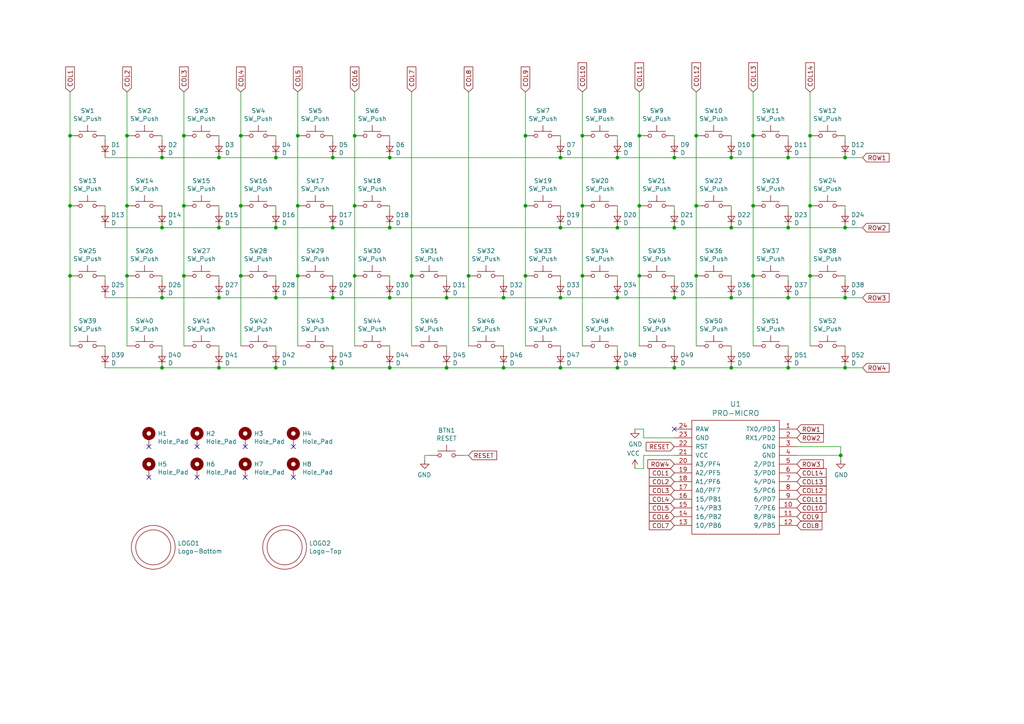
<source format=kicad_sch>
(kicad_sch (version 20211123) (generator eeschema)
  (paper "A4")
  (title_block (title "Horizon MX") (date "2022-03-21") (rev "2.3") (company "skarrmann"))
  (lib_symbols
    (symbol "horizon-components:D" (pin_numbers hide) (pin_names (offset 0.254) hide)
      (property "Reference" "D" (at -1.27 2.032 0))
      (property "Value" "horizon-components_D" (at -1.27 -2.032 0))
      (symbol "D_0_1"
        (polyline (pts (xy -0.762 -1.016) (xy -0.762 1.016)))
        (polyline (pts (xy -0.762 0) (xy 0.762 0)))
        (polyline (pts (xy 0.762 -1.016) (xy -0.762 0) (xy 0.762 1.016) (xy 0.762 -1.016)))
      )
      (symbol "D_1_1"
        (pin passive line (at -2.54 0 0) (length 1.778) (name "K") (number "1"))
        (pin passive line (at 2.54 0 180) (length 1.778) (name "A") (number "2"))
      )
    )
    (symbol "horizon-components:Hole_Pad" (pin_numbers hide) (pin_names (offset 1.016) hide)
      (property "Reference" "H" (at 0 6.35 0))
      (property "Value" "horizon-components_Hole_Pad" (at 0 4.445 0))
      (symbol "Hole_Pad_0_1"
        (circle (center 0 1.27) (radius 1.27) (stroke (width 1.27)))
      )
      (symbol "Hole_Pad_1_1"
        (pin input line (at 0 -2.54 90) (length 2.54) (name "1") (number "1"))
      )
    )
    (symbol "horizon-components:Logo" (pin_names (offset 1.016))
      (property "Reference" "LOGO" (at 0 -1.27 0))
      (property "Value" "horizon-components_Logo" (at 0 1.27 0))
      (symbol "Logo_0_1"
        (circle (center 0 0) (radius 5.08))
        (circle (center 0 0) (radius 6.35))
      )
    )
    (symbol "horizon-components:Pro-Micro" (pin_names (offset 1.016))
      (property "Reference" "U" (at 0 0 0))
      (property "Value" "horizon-components_Pro-Micro" (at 0 -19.05 0))
      (symbol "Pro-Micro_0_1"
        (rectangle (start -12.7 -16.51) (end 12.7 16.51))
      )
      (symbol "Pro-Micro_1_1"
        (pin input line (at -17.78 13.97 0) (length 5.08) (name "TX0/PD3") (number "1"))
        (pin input line (at -17.78 -8.89 0) (length 5.08) (name "7/PE6") (number "10"))
        (pin input line (at -17.78 -11.43 0) (length 5.08) (name "8/PB4") (number "11"))
        (pin input line (at -17.78 -13.97 0) (length 5.08) (name "9/PB5") (number "12"))
        (pin input line (at 17.78 -13.97 180) (length 5.08) (name "10/PB6") (number "13"))
        (pin input line (at 17.78 -11.43 180) (length 5.08) (name "16/PB2") (number "14"))
        (pin input line (at 17.78 -8.89 180) (length 5.08) (name "14/PB3") (number "15"))
        (pin input line (at 17.78 -6.35 180) (length 5.08) (name "15/PB1") (number "16"))
        (pin input line (at 17.78 -3.81 180) (length 5.08) (name "A0/PF7") (number "17"))
        (pin input line (at 17.78 -1.27 180) (length 5.08) (name "A1/PF6") (number "18"))
        (pin input line (at 17.78 1.27 180) (length 5.08) (name "A2/PF5") (number "19"))
        (pin input line (at -17.78 11.43 0) (length 5.08) (name "RX1/PD2") (number "2"))
        (pin input line (at 17.78 3.81 180) (length 5.08) (name "A3/PF4") (number "20"))
        (pin input line (at 17.78 6.35 180) (length 5.08) (name "VCC") (number "21"))
        (pin input line (at 17.78 8.89 180) (length 5.08) (name "RST") (number "22"))
        (pin input line (at 17.78 11.43 180) (length 5.08) (name "GND") (number "23"))
        (pin input line (at 17.78 13.97 180) (length 5.08) (name "RAW") (number "24"))
        (pin input line (at -17.78 8.89 0) (length 5.08) (name "GND") (number "3"))
        (pin input line (at -17.78 6.35 0) (length 5.08) (name "GND") (number "4"))
        (pin input line (at -17.78 3.81 0) (length 5.08) (name "2/PD1") (number "5"))
        (pin input line (at -17.78 1.27 0) (length 5.08) (name "3/PD0") (number "6"))
        (pin input line (at -17.78 -1.27 0) (length 5.08) (name "4/PD4") (number "7"))
        (pin input line (at -17.78 -3.81 0) (length 5.08) (name "5/PC6") (number "8"))
        (pin input line (at -17.78 -6.35 0) (length 5.08) (name "6/PD7") (number "9"))
      )
    )
    (symbol "horizon-components:SW_Push" (pin_numbers hide) (pin_names (offset 1.016) hide)
      (property "Reference" "SW" (at 1.27 2.54 0))
      (property "Value" "horizon-components_SW_Push" (at 0 -1.524 0))
      (symbol "SW_Push_0_1"
        (circle (center -2.032 0) (radius 0.508))
        (polyline (pts (xy 0 1.27) (xy 0 3.048)))
        (polyline (pts (xy 2.54 1.27) (xy -2.54 1.27)))
        (circle (center 2.032 0) (radius 0.508))
        (pin passive line (at -5.08 0 0) (length 2.54) (name "1") (number "1"))
        (pin passive line (at 5.08 0 180) (length 2.54) (name "2") (number "2"))
      )
    )
    (symbol "power:GND" (power) (pin_names (offset 0))
      (property "Value" "GND" (at 0 -3.81 0))
      (symbol "GND_0_1"
        (polyline (pts (xy 0 0) (xy 0 -1.27) (xy 1.27 -1.27) (xy 0 -2.54) (xy -1.27 -1.27) (xy 0 -1.27)))
      )
      (symbol "GND_1_1"
        (pin power_in line (at 0 0 270) (length 0) hide (name "GND") (number "1"))
      )
    )
    (symbol "power:VCC" (power) (pin_names (offset 0))
      (property "Value" "VCC" (at 0 3.81 0))
      (symbol "VCC_0_1"
        (polyline (pts (xy -0.762 1.27) (xy 0 2.54)))
        (polyline (pts (xy 0 0) (xy 0 2.54)))
        (polyline (pts (xy 0 2.54) (xy 0.762 1.27)))
      )
      (symbol "VCC_1_1"
        (pin power_in line (at 0 0 90) (length 0) hide (name "VCC") (number "1"))
      )
    )
  )
  (junction (at 162.56 66.04))
  (junction (at 63.5 45.72))
  (junction (at 102.87 80.01))
  (junction (at 36.83 80.01))
  (junction (at 46.99 66.04))
  (junction (at 113.03 106.68))
  (junction (at 168.91 39.37))
  (junction (at 152.4 59.69))
  (junction (at 162.56 106.68))
  (junction (at 80.01 106.68))
  (junction (at 96.52 86.36))
  (junction (at 245.11 86.36))
  (junction (at 69.85 59.69))
  (junction (at 212.09 66.04))
  (junction (at 162.56 45.72))
  (junction (at 179.07 86.36))
  (junction (at 80.01 86.36))
  (junction (at 212.09 45.72))
  (junction (at 129.54 106.68))
  (junction (at 245.11 66.04))
  (junction (at 179.07 106.68))
  (junction (at 20.32 59.69))
  (junction (at 80.01 45.72))
  (junction (at 20.32 80.01))
  (junction (at 218.44 39.37))
  (junction (at 245.11 106.68))
  (junction (at 168.91 59.69))
  (junction (at 86.36 80.01))
  (junction (at 113.03 66.04))
  (junction (at 129.54 86.36))
  (junction (at 179.07 45.72))
  (junction (at 195.58 45.72))
  (junction (at 168.91 80.01))
  (junction (at 234.95 39.37))
  (junction (at 212.09 106.68))
  (junction (at 96.52 66.04))
  (junction (at 201.93 59.69))
  (junction (at 146.05 106.68))
  (junction (at 80.01 66.04))
  (junction (at 212.09 86.36))
  (junction (at 146.05 86.36))
  (junction (at 245.11 45.72))
  (junction (at 46.99 106.68))
  (junction (at 152.4 39.37))
  (junction (at 179.07 66.04))
  (junction (at 185.42 80.01))
  (junction (at 113.03 86.36))
  (junction (at 195.58 86.36))
  (junction (at 201.93 80.01))
  (junction (at 53.34 39.37))
  (junction (at 46.99 86.36))
  (junction (at 53.34 59.69))
  (junction (at 20.32 39.37))
  (junction (at 63.5 66.04))
  (junction (at 228.6 45.72))
  (junction (at 201.93 39.37))
  (junction (at 228.6 106.68))
  (junction (at 185.42 59.69))
  (junction (at 228.6 86.36))
  (junction (at 185.42 39.37))
  (junction (at 69.85 39.37))
  (junction (at 96.52 106.68))
  (junction (at 218.44 80.01))
  (junction (at 53.34 80.01))
  (junction (at 36.83 39.37))
  (junction (at 243.84 132.08))
  (junction (at 86.36 39.37))
  (junction (at 46.99 45.72))
  (junction (at 63.5 86.36))
  (junction (at 119.38 80.01))
  (junction (at 234.95 59.69))
  (junction (at 96.52 45.72))
  (junction (at 86.36 59.69))
  (junction (at 69.85 80.01))
  (junction (at 63.5 106.68))
  (junction (at 195.58 106.68))
  (junction (at 102.87 39.37))
  (junction (at 135.89 80.01))
  (junction (at 195.58 66.04))
  (junction (at 228.6 66.04))
  (junction (at 162.56 86.36))
  (junction (at 113.03 45.72))
  (junction (at 36.83 59.69))
  (junction (at 218.44 59.69))
  (junction (at 152.4 80.01))
  (junction (at 234.95 80.01))
  (junction (at 102.87 59.69))
  (no_connect (at 85.09 138.43))
  (no_connect (at 57.15 129.54))
  (no_connect (at 71.12 129.54))
  (no_connect (at 71.12 138.43))
  (no_connect (at 43.18 138.43))
  (no_connect (at 85.09 129.54))
  (no_connect (at 43.18 129.54))
  (no_connect (at 195.58 124.46))
  (no_connect (at 57.15 138.43))
  (wire (pts (xy 46.99 106.68) (xy 63.5 106.68)))
  (wire (pts (xy 30.48 100.33) (xy 30.48 101.6)))
  (wire (pts (xy 86.36 80.01) (xy 86.36 100.33)))
  (wire (pts (xy 179.07 45.72) (xy 195.58 45.72)))
  (wire (pts (xy 46.99 100.33) (xy 46.99 101.6)))
  (wire (pts (xy 201.93 26.67) (xy 201.93 39.37)))
  (wire (pts (xy 30.48 66.04) (xy 46.99 66.04)))
  (wire (pts (xy 129.54 106.68) (xy 146.05 106.68)))
  (wire (pts (xy 123.19 132.08) (xy 123.19 133.35)))
  (wire (pts (xy 86.36 59.69) (xy 86.36 80.01)))
  (wire (pts (xy 245.11 100.33) (xy 245.11 101.6)))
  (wire (pts (xy 46.99 59.69) (xy 46.99 60.96)))
  (wire (pts (xy 228.6 66.04) (xy 245.11 66.04)))
  (wire (pts (xy 20.32 39.37) (xy 20.32 59.69)))
  (wire (pts (xy 168.91 59.69) (xy 168.91 80.01)))
  (wire (pts (xy 162.56 100.33) (xy 162.56 101.6)))
  (wire (pts (xy 124.46 132.08) (xy 123.19 132.08)))
  (wire (pts (xy 218.44 59.69) (xy 218.44 80.01)))
  (wire (pts (xy 201.93 80.01) (xy 201.93 100.33)))
  (wire (pts (xy 129.54 86.36) (xy 146.05 86.36)))
  (wire (pts (xy 179.07 59.69) (xy 179.07 60.96)))
  (wire (pts (xy 152.4 59.69) (xy 152.4 80.01)))
  (wire (pts (xy 162.56 39.37) (xy 162.56 40.64)))
  (wire (pts (xy 186.69 127) (xy 186.69 124.46)))
  (wire (pts (xy 113.03 66.04) (xy 162.56 66.04)))
  (wire (pts (xy 245.11 45.72) (xy 250.19 45.72)))
  (wire (pts (xy 168.91 39.37) (xy 168.91 59.69)))
  (wire (pts (xy 228.6 45.72) (xy 245.11 45.72)))
  (wire (pts (xy 186.69 135.89) (xy 184.15 135.89)))
  (wire (pts (xy 36.83 80.01) (xy 36.83 100.33)))
  (wire (pts (xy 195.58 59.69) (xy 195.58 60.96)))
  (wire (pts (xy 186.69 132.08) (xy 186.69 135.89)))
  (wire (pts (xy 228.6 80.01) (xy 228.6 81.28)))
  (wire (pts (xy 212.09 100.33) (xy 212.09 101.6)))
  (wire (pts (xy 63.5 45.72) (xy 80.01 45.72)))
  (wire (pts (xy 201.93 59.69) (xy 201.93 80.01)))
  (wire (pts (xy 218.44 80.01) (xy 218.44 100.33)))
  (wire (pts (xy 80.01 59.69) (xy 80.01 60.96)))
  (wire (pts (xy 162.56 59.69) (xy 162.56 60.96)))
  (wire (pts (xy 212.09 80.01) (xy 212.09 81.28)))
  (wire (pts (xy 46.99 66.04) (xy 63.5 66.04)))
  (wire (pts (xy 185.42 39.37) (xy 185.42 59.69)))
  (wire (pts (xy 195.58 39.37) (xy 195.58 40.64)))
  (wire (pts (xy 69.85 39.37) (xy 69.85 59.69)))
  (wire (pts (xy 36.83 39.37) (xy 36.83 59.69)))
  (wire (pts (xy 63.5 80.01) (xy 63.5 81.28)))
  (wire (pts (xy 102.87 80.01) (xy 102.87 100.33)))
  (wire (pts (xy 146.05 86.36) (xy 162.56 86.36)))
  (wire (pts (xy 129.54 100.33) (xy 129.54 101.6)))
  (wire (pts (xy 69.85 80.01) (xy 69.85 100.33)))
  (wire (pts (xy 195.58 66.04) (xy 212.09 66.04)))
  (wire (pts (xy 179.07 86.36) (xy 195.58 86.36)))
  (wire (pts (xy 119.38 80.01) (xy 119.38 100.33)))
  (wire (pts (xy 20.32 80.01) (xy 20.32 100.33)))
  (wire (pts (xy 30.48 59.69) (xy 30.48 60.96)))
  (wire (pts (xy 195.58 45.72) (xy 212.09 45.72)))
  (wire (pts (xy 63.5 39.37) (xy 63.5 40.64)))
  (wire (pts (xy 146.05 100.33) (xy 146.05 101.6)))
  (wire (pts (xy 113.03 59.69) (xy 113.03 60.96)))
  (wire (pts (xy 162.56 45.72) (xy 179.07 45.72)))
  (wire (pts (xy 113.03 106.68) (xy 129.54 106.68)))
  (wire (pts (xy 63.5 86.36) (xy 80.01 86.36)))
  (wire (pts (xy 36.83 59.69) (xy 36.83 80.01)))
  (wire (pts (xy 113.03 45.72) (xy 162.56 45.72)))
  (wire (pts (xy 179.07 106.68) (xy 195.58 106.68)))
  (wire (pts (xy 218.44 39.37) (xy 218.44 59.69)))
  (wire (pts (xy 96.52 106.68) (xy 113.03 106.68)))
  (wire (pts (xy 195.58 80.01) (xy 195.58 81.28)))
  (wire (pts (xy 96.52 80.01) (xy 96.52 81.28)))
  (wire (pts (xy 53.34 80.01) (xy 53.34 100.33)))
  (wire (pts (xy 80.01 66.04) (xy 96.52 66.04)))
  (wire (pts (xy 119.38 26.67) (xy 119.38 80.01)))
  (wire (pts (xy 80.01 106.68) (xy 96.52 106.68)))
  (wire (pts (xy 20.32 26.67) (xy 20.32 39.37)))
  (wire (pts (xy 195.58 127) (xy 186.69 127)))
  (wire (pts (xy 30.48 80.01) (xy 30.48 81.28)))
  (wire (pts (xy 135.89 132.08) (xy 134.62 132.08)))
  (wire (pts (xy 245.11 86.36) (xy 250.19 86.36)))
  (wire (pts (xy 80.01 80.01) (xy 80.01 81.28)))
  (wire (pts (xy 152.4 39.37) (xy 152.4 59.69)))
  (wire (pts (xy 63.5 66.04) (xy 80.01 66.04)))
  (wire (pts (xy 231.14 132.08) (xy 243.84 132.08)))
  (wire (pts (xy 195.58 132.08) (xy 186.69 132.08)))
  (wire (pts (xy 135.89 26.67) (xy 135.89 80.01)))
  (wire (pts (xy 36.83 26.67) (xy 36.83 39.37)))
  (wire (pts (xy 146.05 80.01) (xy 146.05 81.28)))
  (wire (pts (xy 86.36 39.37) (xy 86.36 59.69)))
  (wire (pts (xy 179.07 66.04) (xy 195.58 66.04)))
  (wire (pts (xy 152.4 26.67) (xy 152.4 39.37)))
  (wire (pts (xy 228.6 86.36) (xy 245.11 86.36)))
  (wire (pts (xy 195.58 100.33) (xy 195.58 101.6)))
  (wire (pts (xy 162.56 106.68) (xy 179.07 106.68)))
  (wire (pts (xy 228.6 39.37) (xy 228.6 40.64)))
  (wire (pts (xy 179.07 100.33) (xy 179.07 101.6)))
  (wire (pts (xy 245.11 106.68) (xy 250.19 106.68)))
  (wire (pts (xy 212.09 59.69) (xy 212.09 60.96)))
  (wire (pts (xy 186.69 124.46) (xy 184.15 124.46)))
  (wire (pts (xy 162.56 66.04) (xy 179.07 66.04)))
  (wire (pts (xy 96.52 59.69) (xy 96.52 60.96)))
  (wire (pts (xy 218.44 26.67) (xy 218.44 39.37)))
  (wire (pts (xy 53.34 26.67) (xy 53.34 39.37)))
  (wire (pts (xy 228.6 100.33) (xy 228.6 101.6)))
  (wire (pts (xy 228.6 59.69) (xy 228.6 60.96)))
  (wire (pts (xy 245.11 39.37) (xy 245.11 40.64)))
  (wire (pts (xy 80.01 86.36) (xy 96.52 86.36)))
  (wire (pts (xy 212.09 66.04) (xy 228.6 66.04)))
  (wire (pts (xy 53.34 59.69) (xy 53.34 80.01)))
  (wire (pts (xy 46.99 86.36) (xy 63.5 86.36)))
  (wire (pts (xy 113.03 100.33) (xy 113.03 101.6)))
  (wire (pts (xy 228.6 106.68) (xy 245.11 106.68)))
  (wire (pts (xy 185.42 26.67) (xy 185.42 39.37)))
  (wire (pts (xy 63.5 106.68) (xy 80.01 106.68)))
  (wire (pts (xy 201.93 39.37) (xy 201.93 59.69)))
  (wire (pts (xy 69.85 26.67) (xy 69.85 39.37)))
  (wire (pts (xy 69.85 59.69) (xy 69.85 80.01)))
  (wire (pts (xy 63.5 100.33) (xy 63.5 101.6)))
  (wire (pts (xy 168.91 26.67) (xy 168.91 39.37)))
  (wire (pts (xy 234.95 59.69) (xy 234.95 80.01)))
  (wire (pts (xy 96.52 86.36) (xy 113.03 86.36)))
  (wire (pts (xy 185.42 59.69) (xy 185.42 80.01)))
  (wire (pts (xy 53.34 39.37) (xy 53.34 59.69)))
  (wire (pts (xy 30.48 86.36) (xy 46.99 86.36)))
  (wire (pts (xy 113.03 80.01) (xy 113.03 81.28)))
  (wire (pts (xy 212.09 86.36) (xy 228.6 86.36)))
  (wire (pts (xy 129.54 80.01) (xy 129.54 81.28)))
  (wire (pts (xy 46.99 80.01) (xy 46.99 81.28)))
  (wire (pts (xy 162.56 80.01) (xy 162.56 81.28)))
  (wire (pts (xy 80.01 100.33) (xy 80.01 101.6)))
  (wire (pts (xy 96.52 45.72) (xy 113.03 45.72)))
  (wire (pts (xy 102.87 59.69) (xy 102.87 80.01)))
  (wire (pts (xy 243.84 129.54) (xy 243.84 132.08)))
  (wire (pts (xy 195.58 106.68) (xy 212.09 106.68)))
  (wire (pts (xy 234.95 39.37) (xy 234.95 59.69)))
  (wire (pts (xy 146.05 106.68) (xy 162.56 106.68)))
  (wire (pts (xy 20.32 59.69) (xy 20.32 80.01)))
  (wire (pts (xy 245.11 80.01) (xy 245.11 81.28)))
  (wire (pts (xy 245.11 66.04) (xy 250.19 66.04)))
  (wire (pts (xy 168.91 80.01) (xy 168.91 100.33)))
  (wire (pts (xy 212.09 106.68) (xy 228.6 106.68)))
  (wire (pts (xy 30.48 106.68) (xy 46.99 106.68)))
  (wire (pts (xy 179.07 39.37) (xy 179.07 40.64)))
  (wire (pts (xy 30.48 39.37) (xy 30.48 40.64)))
  (wire (pts (xy 162.56 86.36) (xy 179.07 86.36)))
  (wire (pts (xy 46.99 39.37) (xy 46.99 40.64)))
  (wire (pts (xy 96.52 39.37) (xy 96.52 40.64)))
  (wire (pts (xy 195.58 86.36) (xy 212.09 86.36)))
  (wire (pts (xy 135.89 80.01) (xy 135.89 100.33)))
  (wire (pts (xy 30.48 45.72) (xy 46.99 45.72)))
  (wire (pts (xy 96.52 100.33) (xy 96.52 101.6)))
  (wire (pts (xy 113.03 86.36) (xy 129.54 86.36)))
  (wire (pts (xy 46.99 45.72) (xy 63.5 45.72)))
  (wire (pts (xy 152.4 80.01) (xy 152.4 100.33)))
  (wire (pts (xy 212.09 45.72) (xy 228.6 45.72)))
  (wire (pts (xy 179.07 80.01) (xy 179.07 81.28)))
  (wire (pts (xy 113.03 39.37) (xy 113.03 40.64)))
  (wire (pts (xy 234.95 26.67) (xy 234.95 39.37)))
  (wire (pts (xy 80.01 45.72) (xy 96.52 45.72)))
  (wire (pts (xy 243.84 132.08) (xy 243.84 133.35)))
  (wire (pts (xy 185.42 80.01) (xy 185.42 100.33)))
  (wire (pts (xy 63.5 59.69) (xy 63.5 60.96)))
  (wire (pts (xy 96.52 66.04) (xy 113.03 66.04)))
  (wire (pts (xy 212.09 39.37) (xy 212.09 40.64)))
  (wire (pts (xy 86.36 26.67) (xy 86.36 39.37)))
  (wire (pts (xy 102.87 39.37) (xy 102.87 59.69)))
  (wire (pts (xy 231.14 129.54) (xy 243.84 129.54)))
  (wire (pts (xy 80.01 39.37) (xy 80.01 40.64)))
  (wire (pts (xy 245.11 59.69) (xy 245.11 60.96)))
  (wire (pts (xy 102.87 26.67) (xy 102.87 39.37)))
  (wire (pts (xy 234.95 80.01) (xy 234.95 100.33)))
  (global_label "COL3" (shape input) (at 195.58 142.24 180) (property "Intersheet References" "${INTERSHEET_REFS}" (effects hide)))
  (global_label "COL5" (shape input) (at 195.58 147.32 180) (property "Intersheet References" "${INTERSHEET_REFS}" (effects hide)))
  (global_label "COL6" (shape input) (at 195.58 149.86 180) (property "Intersheet References" "${INTERSHEET_REFS}" (effects hide)))
  (global_label "COL12" (shape input) (at 201.93 26.67 90) (property "Intersheet References" "${INTERSHEET_REFS}" (effects hide)))
  (global_label "COL6" (shape input) (at 102.87 26.67 90) (property "Intersheet References" "${INTERSHEET_REFS}" (effects hide)))
  (global_label "ROW1" (shape input) (at 250.19 45.72 0) (property "Intersheet References" "${INTERSHEET_REFS}" (effects hide)))
  (global_label "ROW3" (shape input) (at 231.14 134.62 0) (property "Intersheet References" "${INTERSHEET_REFS}" (effects hide)))
  (global_label "COL1" (shape input) (at 195.58 137.16 180) (property "Intersheet References" "${INTERSHEET_REFS}" (effects hide)))
  (global_label "ROW4" (shape input) (at 195.58 134.62 180) (property "Intersheet References" "${INTERSHEET_REFS}" (effects hide)))
  (global_label "COL7" (shape input) (at 195.58 152.4 180) (property "Intersheet References" "${INTERSHEET_REFS}" (effects hide)))
  (global_label "COL9" (shape input) (at 152.4 26.67 90) (property "Intersheet References" "${INTERSHEET_REFS}" (effects hide)))
  (global_label "COL10" (shape input) (at 168.91 26.67 90) (property "Intersheet References" "${INTERSHEET_REFS}" (effects hide)))
  (global_label "COL11" (shape input) (at 231.14 144.78 0) (property "Intersheet References" "${INTERSHEET_REFS}" (effects hide)))
  (global_label "ROW3" (shape input) (at 250.19 86.36 0) (property "Intersheet References" "${INTERSHEET_REFS}" (effects hide)))
  (global_label "COL1" (shape input) (at 20.32 26.67 90) (property "Intersheet References" "${INTERSHEET_REFS}" (effects hide)))
  (global_label "ROW1" (shape input) (at 231.14 124.46 0) (property "Intersheet References" "${INTERSHEET_REFS}" (effects hide)))
  (global_label "COL8" (shape input) (at 135.89 26.67 90) (property "Intersheet References" "${INTERSHEET_REFS}" (effects hide)))
  (global_label "COL4" (shape input) (at 195.58 144.78 180) (property "Intersheet References" "${INTERSHEET_REFS}" (effects hide)))
  (global_label "COL11" (shape input) (at 185.42 26.67 90) (property "Intersheet References" "${INTERSHEET_REFS}" (effects hide)))
  (global_label "ROW2" (shape input) (at 231.14 127 0) (property "Intersheet References" "${INTERSHEET_REFS}" (effects hide)))
  (global_label "COL7" (shape input) (at 119.38 26.67 90) (property "Intersheet References" "${INTERSHEET_REFS}" (effects hide)))
  (global_label "COL9" (shape input) (at 231.14 149.86 0) (property "Intersheet References" "${INTERSHEET_REFS}" (effects hide)))
  (global_label "COL2" (shape input) (at 36.83 26.67 90) (property "Intersheet References" "${INTERSHEET_REFS}" (effects hide)))
  (global_label "ROW4" (shape input) (at 250.19 106.68 0) (property "Intersheet References" "${INTERSHEET_REFS}" (effects hide)))
  (global_label "COL4" (shape input) (at 69.85 26.67 90) (property "Intersheet References" "${INTERSHEET_REFS}" (effects hide)))
  (global_label "COL12" (shape input) (at 231.14 142.24 0) (property "Intersheet References" "${INTERSHEET_REFS}" (effects hide)))
  (global_label "COL14" (shape input) (at 231.14 137.16 0) (property "Intersheet References" "${INTERSHEET_REFS}" (effects hide)))
  (global_label "COL13" (shape input) (at 218.44 26.67 90) (property "Intersheet References" "${INTERSHEET_REFS}" (effects hide)))
  (global_label "COL2" (shape input) (at 195.58 139.7 180) (property "Intersheet References" "${INTERSHEET_REFS}" (effects hide)))
  (global_label "COL8" (shape input) (at 231.14 152.4 0) (property "Intersheet References" "${INTERSHEET_REFS}" (effects hide)))
  (global_label "RESET" (shape input) (at 135.89 132.08 0) (property "Intersheet References" "${INTERSHEET_REFS}" (effects hide)))
  (global_label "RESET" (shape input) (at 195.58 129.54 180) (property "Intersheet References" "${INTERSHEET_REFS}" (effects hide)))
  (global_label "COL3" (shape input) (at 53.34 26.67 90) (property "Intersheet References" "${INTERSHEET_REFS}" (effects hide)))
  (global_label "COL14" (shape input) (at 234.95 26.67 90) (property "Intersheet References" "${INTERSHEET_REFS}" (effects hide)))
  (global_label "COL10" (shape input) (at 231.14 147.32 0) (property "Intersheet References" "${INTERSHEET_REFS}" (effects hide)))
  (global_label "COL13" (shape input) (at 231.14 139.7 0) (property "Intersheet References" "${INTERSHEET_REFS}" (effects hide)))
  (global_label "COL5" (shape input) (at 86.36 26.67 90) (property "Intersheet References" "${INTERSHEET_REFS}" (effects hide)))
  (global_label "ROW2" (shape input) (at 250.19 66.04 0) (property "Intersheet References" "${INTERSHEET_REFS}" (effects hide)))
  (symbol (lib_id "horizon-components:SW_Push") (at 25.4 39.37 0) (unit 1)
    (property "Reference" "SW1" (at 25.4 32.131 0))
    (property "Value" "SW_Push" (at 25.4 34.4424 0))
    (property "Footprint" "horizon-footprints:SW_MX" (effects hide))
  )
  (symbol (lib_id "horizon-components:SW_Push") (at 25.4 59.69 0) (unit 1)
    (property "Reference" "SW13" (at 25.4 52.451 0))
    (property "Value" "SW_Push" (at 25.4 54.7624 0))
    (property "Footprint" "horizon-footprints:SW_MX" (effects hide))
  )
  (symbol (lib_id "horizon-components:D") (at 30.48 63.5 90) (unit 1)
    (property "Reference" "D13" (at 32.2072 62.3316 90) (effects (justify right)))
    (property "Value" "D" (at 32.2072 64.643 90) (effects (justify right)))
    (property "Footprint" "horizon-footprints:D_SOD-123" (effects hide))
  )
  (symbol (lib_id "horizon-components:SW_Push") (at 129.54 132.08 0) (mirror y) (unit 1)
    (property "Reference" "BTN1" (at 129.54 124.841 0))
    (property "Value" "RESET" (at 129.54 127.1524 0))
    (property "Footprint" "horizon-footprints:SW_Push_6mm" (effects hide))
  )
  (symbol (lib_id "horizon-components:Pro-Micro") (at 213.36 138.43 0) (mirror y) (unit 1)
    (property "Reference" "U1" (at 213.36 117.1702 0) (effects (font (size 1.524 1.524))))
    (property "Value" "PRO-MICRO" (at 213.36 119.8626 0) (effects (font (size 1.524 1.524))))
    (property "Footprint" "horizon-footprints:Pro-Micro" (effects hide))
  )
  (symbol (lib_id "power:GND") (at 123.19 133.35 0) (mirror y) (unit 1)
    (property "Reference" "#PWR07" (effects hide))
    (property "Value" "GND" (at 123.063 137.7442 0))
  )
  (symbol (lib_id "power:GND") (at 243.84 133.35 0) (unit 1)
    (property "Reference" "#PWR04" (effects hide))
    (property "Value" "GND" (at 243.967 137.7442 0))
  )
  (symbol (lib_id "horizon-components:D") (at 30.48 43.18 90) (unit 1)
    (property "Reference" "D1" (at 32.2072 42.0116 90) (effects (justify right)))
    (property "Value" "D" (at 32.2072 44.323 90) (effects (justify right)))
    (property "Footprint" "horizon-footprints:D_SOD-123" (effects hide))
  )
  (symbol (lib_id "power:VCC") (at 184.15 135.89 0) (mirror y) (unit 1)
    (property "Reference" "#PWR05" (effects hide))
    (property "Value" "VCC" (at 183.7182 131.4958 0))
  )
  (symbol (lib_id "horizon-components:SW_Push") (at 25.4 80.01 0) (unit 1)
    (property "Reference" "SW25" (at 25.4 72.771 0))
    (property "Value" "SW_Push" (at 25.4 75.0824 0))
    (property "Footprint" "horizon-footprints:SW_MX" (effects hide))
  )
  (symbol (lib_id "horizon-components:D") (at 30.48 83.82 90) (unit 1)
    (property "Reference" "D25" (at 32.2072 82.6516 90) (effects (justify right)))
    (property "Value" "D" (at 32.2072 84.963 90) (effects (justify right)))
    (property "Footprint" "horizon-footprints:D_SOD-123" (effects hide))
  )
  (symbol (lib_id "horizon-components:SW_Push") (at 25.4 100.33 0) (unit 1)
    (property "Reference" "SW39" (at 25.4 93.091 0))
    (property "Value" "SW_Push" (at 25.4 95.4024 0))
    (property "Footprint" "horizon-footprints:SW_MX" (effects hide))
  )
  (symbol (lib_id "horizon-components:D") (at 30.48 104.14 90) (unit 1)
    (property "Reference" "D39" (at 32.2072 102.9716 90) (effects (justify right)))
    (property "Value" "D" (at 32.2072 105.283 90) (effects (justify right)))
    (property "Footprint" "horizon-footprints:D_SOD-123" (effects hide))
  )
  (symbol (lib_id "horizon-components:Hole_Pad") (at 43.18 127 0) (unit 1)
    (property "Reference" "H1" (at 45.72 125.7554 0) (effects (justify left)))
    (property "Value" "Hole_Pad" (at 45.72 128.0668 0) (effects (justify left)))
    (property "Footprint" "horizon-footprints:Mount_M2" (effects hide))
  )
  (symbol (lib_id "horizon-components:Hole_Pad") (at 57.15 127 0) (unit 1)
    (property "Reference" "H2" (at 59.69 125.7554 0) (effects (justify left)))
    (property "Value" "Hole_Pad" (at 59.69 128.0668 0) (effects (justify left)))
    (property "Footprint" "horizon-footprints:Mount_M2" (effects hide))
  )
  (symbol (lib_id "horizon-components:Hole_Pad") (at 71.12 127 0) (unit 1)
    (property "Reference" "H3" (at 73.66 125.7554 0) (effects (justify left)))
    (property "Value" "Hole_Pad" (at 73.66 128.0668 0) (effects (justify left)))
    (property "Footprint" "horizon-footprints:Mount_M2" (effects hide))
  )
  (symbol (lib_id "horizon-components:Hole_Pad") (at 85.09 127 0) (unit 1)
    (property "Reference" "H4" (at 87.63 125.7554 0) (effects (justify left)))
    (property "Value" "Hole_Pad" (at 87.63 128.0668 0) (effects (justify left)))
    (property "Footprint" "horizon-footprints:Mount_M2" (effects hide))
  )
  (symbol (lib_id "horizon-components:Logo") (at 44.45 158.75 0) (unit 1)
    (property "Reference" "LOGO1" (at 51.5112 157.5816 0) (effects (justify left)))
    (property "Value" "Logo-Bottom" (at 51.5112 159.893 0) (effects (justify left)))
    (property "Footprint" "horizon-footprints:Logo_Horizon_Small" (effects hide))
  )
  (symbol (lib_id "horizon-components:D") (at 129.54 83.82 90) (unit 1)
    (property "Reference" "D31" (at 131.2672 82.6516 90) (effects (justify right)))
    (property "Value" "D" (at 131.2672 84.963 90) (effects (justify right)))
    (property "Footprint" "horizon-footprints:D_SOD-123" (effects hide))
  )
  (symbol (lib_id "horizon-components:SW_Push") (at 124.46 80.01 0) (unit 1)
    (property "Reference" "SW31" (at 124.46 72.771 0))
    (property "Value" "SW_Push" (at 124.46 75.0824 0))
    (property "Footprint" "horizon-footprints:SW_MX" (effects hide))
  )
  (symbol (lib_id "horizon-components:D") (at 146.05 83.82 90) (unit 1)
    (property "Reference" "D32" (at 147.7772 82.6516 90) (effects (justify right)))
    (property "Value" "D" (at 147.7772 84.963 90) (effects (justify right)))
    (property "Footprint" "horizon-footprints:D_SOD-123" (effects hide))
  )
  (symbol (lib_id "horizon-components:SW_Push") (at 140.97 80.01 0) (unit 1)
    (property "Reference" "SW32" (at 140.97 72.771 0))
    (property "Value" "SW_Push" (at 140.97 75.0824 0))
    (property "Footprint" "horizon-footprints:SW_MX" (effects hide))
  )
  (symbol (lib_id "horizon-components:D") (at 46.99 83.82 90) (unit 1)
    (property "Reference" "D26" (at 48.7172 82.6516 90) (effects (justify right)))
    (property "Value" "D" (at 48.7172 84.963 90) (effects (justify right)))
    (property "Footprint" "horizon-footprints:D_SOD-123" (effects hide))
  )
  (symbol (lib_id "horizon-components:SW_Push") (at 41.91 80.01 0) (unit 1)
    (property "Reference" "SW26" (at 41.91 72.771 0))
    (property "Value" "SW_Push" (at 41.91 75.0824 0))
    (property "Footprint" "horizon-footprints:SW_MX" (effects hide))
  )
  (symbol (lib_id "horizon-components:D") (at 46.99 43.18 90) (unit 1)
    (property "Reference" "D2" (at 48.7172 42.0116 90) (effects (justify right)))
    (property "Value" "D" (at 48.7172 44.323 90) (effects (justify right)))
    (property "Footprint" "horizon-footprints:D_SOD-123" (effects hide))
  )
  (symbol (lib_id "horizon-components:SW_Push") (at 41.91 39.37 0) (unit 1)
    (property "Reference" "SW2" (at 41.91 32.131 0))
    (property "Value" "SW_Push" (at 41.91 34.4424 0))
    (property "Footprint" "horizon-footprints:SW_MX" (effects hide))
  )
  (symbol (lib_id "horizon-components:D") (at 46.99 63.5 90) (unit 1)
    (property "Reference" "D14" (at 48.7172 62.3316 90) (effects (justify right)))
    (property "Value" "D" (at 48.7172 64.643 90) (effects (justify right)))
    (property "Footprint" "horizon-footprints:D_SOD-123" (effects hide))
  )
  (symbol (lib_id "horizon-components:SW_Push") (at 41.91 59.69 0) (unit 1)
    (property "Reference" "SW14" (at 41.91 52.451 0))
    (property "Value" "SW_Push" (at 41.91 54.7624 0))
    (property "Footprint" "horizon-footprints:SW_MX" (effects hide))
  )
  (symbol (lib_id "horizon-components:SW_Push") (at 41.91 100.33 0) (unit 1)
    (property "Reference" "SW40" (at 41.91 93.091 0))
    (property "Value" "SW_Push" (at 41.91 95.4024 0))
    (property "Footprint" "horizon-footprints:SW_MX" (effects hide))
  )
  (symbol (lib_id "horizon-components:D") (at 46.99 104.14 90) (unit 1)
    (property "Reference" "D40" (at 48.7172 102.9716 90) (effects (justify right)))
    (property "Value" "D" (at 48.7172 105.283 90) (effects (justify right)))
    (property "Footprint" "horizon-footprints:D_SOD-123" (effects hide))
  )
  (symbol (lib_id "horizon-components:D") (at 63.5 83.82 90) (unit 1)
    (property "Reference" "D27" (at 65.2272 82.6516 90) (effects (justify right)))
    (property "Value" "D" (at 65.2272 84.963 90) (effects (justify right)))
    (property "Footprint" "horizon-footprints:D_SOD-123" (effects hide))
  )
  (symbol (lib_id "horizon-components:SW_Push") (at 58.42 80.01 0) (unit 1)
    (property "Reference" "SW27" (at 58.42 72.771 0))
    (property "Value" "SW_Push" (at 58.42 75.0824 0))
    (property "Footprint" "horizon-footprints:SW_MX" (effects hide))
  )
  (symbol (lib_id "horizon-components:D") (at 63.5 43.18 90) (unit 1)
    (property "Reference" "D3" (at 65.2272 42.0116 90) (effects (justify right)))
    (property "Value" "D" (at 65.2272 44.323 90) (effects (justify right)))
    (property "Footprint" "horizon-footprints:D_SOD-123" (effects hide))
  )
  (symbol (lib_id "horizon-components:SW_Push") (at 58.42 39.37 0) (unit 1)
    (property "Reference" "SW3" (at 58.42 32.131 0))
    (property "Value" "SW_Push" (at 58.42 34.4424 0))
    (property "Footprint" "horizon-footprints:SW_MX" (effects hide))
  )
  (symbol (lib_id "horizon-components:D") (at 63.5 63.5 90) (unit 1)
    (property "Reference" "D15" (at 65.2272 62.3316 90) (effects (justify right)))
    (property "Value" "D" (at 65.2272 64.643 90) (effects (justify right)))
    (property "Footprint" "horizon-footprints:D_SOD-123" (effects hide))
  )
  (symbol (lib_id "horizon-components:SW_Push") (at 58.42 59.69 0) (unit 1)
    (property "Reference" "SW15" (at 58.42 52.451 0))
    (property "Value" "SW_Push" (at 58.42 54.7624 0))
    (property "Footprint" "horizon-footprints:SW_MX" (effects hide))
  )
  (symbol (lib_id "horizon-components:SW_Push") (at 58.42 100.33 0) (unit 1)
    (property "Reference" "SW41" (at 58.42 93.091 0))
    (property "Value" "SW_Push" (at 58.42 95.4024 0))
    (property "Footprint" "horizon-footprints:SW_MX" (effects hide))
  )
  (symbol (lib_id "horizon-components:D") (at 63.5 104.14 90) (unit 1)
    (property "Reference" "D41" (at 65.2272 102.9716 90) (effects (justify right)))
    (property "Value" "D" (at 65.2272 105.283 90) (effects (justify right)))
    (property "Footprint" "horizon-footprints:D_SOD-123" (effects hide))
  )
  (symbol (lib_id "horizon-components:D") (at 80.01 83.82 90) (unit 1)
    (property "Reference" "D28" (at 81.7372 82.6516 90) (effects (justify right)))
    (property "Value" "D" (at 81.7372 84.963 90) (effects (justify right)))
    (property "Footprint" "horizon-footprints:D_SOD-123" (effects hide))
  )
  (symbol (lib_id "horizon-components:SW_Push") (at 74.93 80.01 0) (unit 1)
    (property "Reference" "SW28" (at 74.93 72.771 0))
    (property "Value" "SW_Push" (at 74.93 75.0824 0))
    (property "Footprint" "horizon-footprints:SW_MX" (effects hide))
  )
  (symbol (lib_id "horizon-components:D") (at 80.01 43.18 90) (unit 1)
    (property "Reference" "D4" (at 81.7372 42.0116 90) (effects (justify right)))
    (property "Value" "D" (at 81.7372 44.323 90) (effects (justify right)))
    (property "Footprint" "horizon-footprints:D_SOD-123" (effects hide))
  )
  (symbol (lib_id "horizon-components:SW_Push") (at 74.93 39.37 0) (unit 1)
    (property "Reference" "SW4" (at 74.93 32.131 0))
    (property "Value" "SW_Push" (at 74.93 34.4424 0))
    (property "Footprint" "horizon-footprints:SW_MX" (effects hide))
  )
  (symbol (lib_id "horizon-components:D") (at 80.01 63.5 90) (unit 1)
    (property "Reference" "D16" (at 81.7372 62.3316 90) (effects (justify right)))
    (property "Value" "D" (at 81.7372 64.643 90) (effects (justify right)))
    (property "Footprint" "horizon-footprints:D_SOD-123" (effects hide))
  )
  (symbol (lib_id "horizon-components:SW_Push") (at 74.93 59.69 0) (unit 1)
    (property "Reference" "SW16" (at 74.93 52.451 0))
    (property "Value" "SW_Push" (at 74.93 54.7624 0))
    (property "Footprint" "horizon-footprints:SW_MX" (effects hide))
  )
  (symbol (lib_id "horizon-components:SW_Push") (at 74.93 100.33 0) (unit 1)
    (property "Reference" "SW42" (at 74.93 93.091 0))
    (property "Value" "SW_Push" (at 74.93 95.4024 0))
    (property "Footprint" "horizon-footprints:SW_MX" (effects hide))
  )
  (symbol (lib_id "horizon-components:D") (at 80.01 104.14 90) (unit 1)
    (property "Reference" "D42" (at 81.7372 102.9716 90) (effects (justify right)))
    (property "Value" "D" (at 81.7372 105.283 90) (effects (justify right)))
    (property "Footprint" "horizon-footprints:D_SOD-123" (effects hide))
  )
  (symbol (lib_id "horizon-components:D") (at 96.52 83.82 90) (unit 1)
    (property "Reference" "D29" (at 98.2472 82.6516 90) (effects (justify right)))
    (property "Value" "D" (at 98.2472 84.963 90) (effects (justify right)))
    (property "Footprint" "horizon-footprints:D_SOD-123" (effects hide))
  )
  (symbol (lib_id "horizon-components:SW_Push") (at 91.44 80.01 0) (unit 1)
    (property "Reference" "SW29" (at 91.44 72.771 0))
    (property "Value" "SW_Push" (at 91.44 75.0824 0))
    (property "Footprint" "horizon-footprints:SW_MX" (effects hide))
  )
  (symbol (lib_id "horizon-components:D") (at 96.52 43.18 90) (unit 1)
    (property "Reference" "D5" (at 98.2472 42.0116 90) (effects (justify right)))
    (property "Value" "D" (at 98.2472 44.323 90) (effects (justify right)))
    (property "Footprint" "horizon-footprints:D_SOD-123" (effects hide))
  )
  (symbol (lib_id "horizon-components:SW_Push") (at 91.44 39.37 0) (unit 1)
    (property "Reference" "SW5" (at 91.44 32.131 0))
    (property "Value" "SW_Push" (at 91.44 34.4424 0))
    (property "Footprint" "horizon-footprints:SW_MX" (effects hide))
  )
  (symbol (lib_id "horizon-components:D") (at 96.52 63.5 90) (unit 1)
    (property "Reference" "D17" (at 98.2472 62.3316 90) (effects (justify right)))
    (property "Value" "D" (at 98.2472 64.643 90) (effects (justify right)))
    (property "Footprint" "horizon-footprints:D_SOD-123" (effects hide))
  )
  (symbol (lib_id "horizon-components:SW_Push") (at 91.44 59.69 0) (unit 1)
    (property "Reference" "SW17" (at 91.44 52.451 0))
    (property "Value" "SW_Push" (at 91.44 54.7624 0))
    (property "Footprint" "horizon-footprints:SW_MX" (effects hide))
  )
  (symbol (lib_id "horizon-components:SW_Push") (at 91.44 100.33 0) (unit 1)
    (property "Reference" "SW43" (at 91.44 93.091 0))
    (property "Value" "SW_Push" (at 91.44 95.4024 0))
    (property "Footprint" "horizon-footprints:SW_MX" (effects hide))
  )
  (symbol (lib_id "horizon-components:D") (at 96.52 104.14 90) (unit 1)
    (property "Reference" "D43" (at 98.2472 102.9716 90) (effects (justify right)))
    (property "Value" "D" (at 98.2472 105.283 90) (effects (justify right)))
    (property "Footprint" "horizon-footprints:D_SOD-123" (effects hide))
  )
  (symbol (lib_id "horizon-components:D") (at 113.03 83.82 90) (unit 1)
    (property "Reference" "D30" (at 114.7572 82.6516 90) (effects (justify right)))
    (property "Value" "D" (at 114.7572 84.963 90) (effects (justify right)))
    (property "Footprint" "horizon-footprints:D_SOD-123" (effects hide))
  )
  (symbol (lib_id "horizon-components:SW_Push") (at 107.95 80.01 0) (unit 1)
    (property "Reference" "SW30" (at 107.95 72.771 0))
    (property "Value" "SW_Push" (at 107.95 75.0824 0))
    (property "Footprint" "horizon-footprints:SW_MX" (effects hide))
  )
  (symbol (lib_id "horizon-components:D") (at 113.03 43.18 90) (unit 1)
    (property "Reference" "D6" (at 114.7572 42.0116 90) (effects (justify right)))
    (property "Value" "D" (at 114.7572 44.323 90) (effects (justify right)))
    (property "Footprint" "horizon-footprints:D_SOD-123" (effects hide))
  )
  (symbol (lib_id "horizon-components:SW_Push") (at 107.95 39.37 0) (unit 1)
    (property "Reference" "SW6" (at 107.95 32.131 0))
    (property "Value" "SW_Push" (at 107.95 34.4424 0))
    (property "Footprint" "horizon-footprints:SW_MX" (effects hide))
  )
  (symbol (lib_id "horizon-components:D") (at 113.03 63.5 90) (unit 1)
    (property "Reference" "D18" (at 114.7572 62.3316 90) (effects (justify right)))
    (property "Value" "D" (at 114.7572 64.643 90) (effects (justify right)))
    (property "Footprint" "horizon-footprints:D_SOD-123" (effects hide))
  )
  (symbol (lib_id "horizon-components:SW_Push") (at 107.95 59.69 0) (unit 1)
    (property "Reference" "SW18" (at 107.95 52.451 0))
    (property "Value" "SW_Push" (at 107.95 54.7624 0))
    (property "Footprint" "horizon-footprints:SW_MX" (effects hide))
  )
  (symbol (lib_id "horizon-components:SW_Push") (at 107.95 100.33 0) (unit 1)
    (property "Reference" "SW44" (at 107.95 93.091 0))
    (property "Value" "SW_Push" (at 107.95 95.4024 0))
    (property "Footprint" "horizon-footprints:SW_MX" (effects hide))
  )
  (symbol (lib_id "horizon-components:D") (at 113.03 104.14 90) (unit 1)
    (property "Reference" "D44" (at 114.7572 102.9716 90) (effects (justify right)))
    (property "Value" "D" (at 114.7572 105.283 90) (effects (justify right)))
    (property "Footprint" "horizon-footprints:D_SOD-123" (effects hide))
  )
  (symbol (lib_id "horizon-components:SW_Push") (at 124.46 100.33 0) (unit 1)
    (property "Reference" "SW45" (at 124.46 93.091 0))
    (property "Value" "SW_Push" (at 124.46 95.4024 0))
    (property "Footprint" "horizon-footprints:SW_MX" (effects hide))
  )
  (symbol (lib_id "horizon-components:D") (at 129.54 104.14 90) (unit 1)
    (property "Reference" "D45" (at 131.2672 102.9716 90) (effects (justify right)))
    (property "Value" "D" (at 131.2672 105.283 90) (effects (justify right)))
    (property "Footprint" "horizon-footprints:D_SOD-123" (effects hide))
  )
  (symbol (lib_id "horizon-components:SW_Push") (at 140.97 100.33 0) (unit 1)
    (property "Reference" "SW46" (at 140.97 93.091 0))
    (property "Value" "SW_Push" (at 140.97 95.4024 0))
    (property "Footprint" "horizon-footprints:SW_MX" (effects hide))
  )
  (symbol (lib_id "horizon-components:D") (at 146.05 104.14 90) (unit 1)
    (property "Reference" "D46" (at 147.7772 102.9716 90) (effects (justify right)))
    (property "Value" "D" (at 147.7772 105.283 90) (effects (justify right)))
    (property "Footprint" "horizon-footprints:D_SOD-123" (effects hide))
  )
  (symbol (lib_id "horizon-components:D") (at 162.56 83.82 90) (unit 1)
    (property "Reference" "D33" (at 164.2872 82.6516 90) (effects (justify right)))
    (property "Value" "D" (at 164.2872 84.963 90) (effects (justify right)))
    (property "Footprint" "horizon-footprints:D_SOD-123" (effects hide))
  )
  (symbol (lib_id "horizon-components:SW_Push") (at 157.48 80.01 0) (unit 1)
    (property "Reference" "SW33" (at 157.48 72.771 0))
    (property "Value" "SW_Push" (at 157.48 75.0824 0))
    (property "Footprint" "horizon-footprints:SW_MX" (effects hide))
  )
  (symbol (lib_id "horizon-components:D") (at 162.56 43.18 90) (unit 1)
    (property "Reference" "D7" (at 164.2872 42.0116 90) (effects (justify right)))
    (property "Value" "D" (at 164.2872 44.323 90) (effects (justify right)))
    (property "Footprint" "horizon-footprints:D_SOD-123" (effects hide))
  )
  (symbol (lib_id "horizon-components:SW_Push") (at 157.48 39.37 0) (unit 1)
    (property "Reference" "SW7" (at 157.48 32.131 0))
    (property "Value" "SW_Push" (at 157.48 34.4424 0))
    (property "Footprint" "horizon-footprints:SW_MX" (effects hide))
  )
  (symbol (lib_id "horizon-components:D") (at 162.56 63.5 90) (unit 1)
    (property "Reference" "D19" (at 164.2872 62.3316 90) (effects (justify right)))
    (property "Value" "D" (at 164.2872 64.643 90) (effects (justify right)))
    (property "Footprint" "horizon-footprints:D_SOD-123" (effects hide))
  )
  (symbol (lib_id "horizon-components:SW_Push") (at 157.48 59.69 0) (unit 1)
    (property "Reference" "SW19" (at 157.48 52.451 0))
    (property "Value" "SW_Push" (at 157.48 54.7624 0))
    (property "Footprint" "horizon-footprints:SW_MX" (effects hide))
  )
  (symbol (lib_id "horizon-components:SW_Push") (at 157.48 100.33 0) (unit 1)
    (property "Reference" "SW47" (at 157.48 93.091 0))
    (property "Value" "SW_Push" (at 157.48 95.4024 0))
    (property "Footprint" "horizon-footprints:SW_MX" (effects hide))
  )
  (symbol (lib_id "horizon-components:D") (at 162.56 104.14 90) (unit 1)
    (property "Reference" "D47" (at 164.2872 102.9716 90) (effects (justify right)))
    (property "Value" "D" (at 164.2872 105.283 90) (effects (justify right)))
    (property "Footprint" "horizon-footprints:D_SOD-123" (effects hide))
  )
  (symbol (lib_id "horizon-components:D") (at 179.07 83.82 90) (unit 1)
    (property "Reference" "D34" (at 180.7972 82.6516 90) (effects (justify right)))
    (property "Value" "D" (at 180.7972 84.963 90) (effects (justify right)))
    (property "Footprint" "horizon-footprints:D_SOD-123" (effects hide))
  )
  (symbol (lib_id "horizon-components:SW_Push") (at 173.99 80.01 0) (unit 1)
    (property "Reference" "SW34" (at 173.99 72.771 0))
    (property "Value" "SW_Push" (at 173.99 75.0824 0))
    (property "Footprint" "horizon-footprints:SW_MX" (effects hide))
  )
  (symbol (lib_id "horizon-components:D") (at 179.07 43.18 90) (unit 1)
    (property "Reference" "D8" (at 180.7972 42.0116 90) (effects (justify right)))
    (property "Value" "D" (at 180.7972 44.323 90) (effects (justify right)))
    (property "Footprint" "horizon-footprints:D_SOD-123" (effects hide))
  )
  (symbol (lib_id "horizon-components:SW_Push") (at 173.99 39.37 0) (unit 1)
    (property "Reference" "SW8" (at 173.99 32.131 0))
    (property "Value" "SW_Push" (at 173.99 34.4424 0))
    (property "Footprint" "horizon-footprints:SW_MX" (effects hide))
  )
  (symbol (lib_id "horizon-components:D") (at 179.07 63.5 90) (unit 1)
    (property "Reference" "D20" (at 180.7972 62.3316 90) (effects (justify right)))
    (property "Value" "D" (at 180.7972 64.643 90) (effects (justify right)))
    (property "Footprint" "horizon-footprints:D_SOD-123" (effects hide))
  )
  (symbol (lib_id "horizon-components:SW_Push") (at 173.99 59.69 0) (unit 1)
    (property "Reference" "SW20" (at 173.99 52.451 0))
    (property "Value" "SW_Push" (at 173.99 54.7624 0))
    (property "Footprint" "horizon-footprints:SW_MX" (effects hide))
  )
  (symbol (lib_id "horizon-components:SW_Push") (at 173.99 100.33 0) (unit 1)
    (property "Reference" "SW48" (at 173.99 93.091 0))
    (property "Value" "SW_Push" (at 173.99 95.4024 0))
    (property "Footprint" "horizon-footprints:SW_MX" (effects hide))
  )
  (symbol (lib_id "horizon-components:D") (at 179.07 104.14 90) (unit 1)
    (property "Reference" "D48" (at 180.7972 102.9716 90) (effects (justify right)))
    (property "Value" "D" (at 180.7972 105.283 90) (effects (justify right)))
    (property "Footprint" "horizon-footprints:D_SOD-123" (effects hide))
  )
  (symbol (lib_id "horizon-components:D") (at 195.58 83.82 90) (unit 1)
    (property "Reference" "D35" (at 197.3072 82.6516 90) (effects (justify right)))
    (property "Value" "D" (at 197.3072 84.963 90) (effects (justify right)))
    (property "Footprint" "horizon-footprints:D_SOD-123" (effects hide))
  )
  (symbol (lib_id "horizon-components:SW_Push") (at 190.5 80.01 0) (unit 1)
    (property "Reference" "SW35" (at 190.5 72.771 0))
    (property "Value" "SW_Push" (at 190.5 75.0824 0))
    (property "Footprint" "horizon-footprints:SW_MX" (effects hide))
  )
  (symbol (lib_id "horizon-components:D") (at 195.58 43.18 90) (unit 1)
    (property "Reference" "D9" (at 197.3072 42.0116 90) (effects (justify right)))
    (property "Value" "D" (at 197.3072 44.323 90) (effects (justify right)))
    (property "Footprint" "horizon-footprints:D_SOD-123" (effects hide))
  )
  (symbol (lib_id "horizon-components:SW_Push") (at 190.5 39.37 0) (unit 1)
    (property "Reference" "SW9" (at 190.5 32.131 0))
    (property "Value" "SW_Push" (at 190.5 34.4424 0))
    (property "Footprint" "horizon-footprints:SW_MX" (effects hide))
  )
  (symbol (lib_id "horizon-components:D") (at 195.58 63.5 90) (unit 1)
    (property "Reference" "D21" (at 197.3072 62.3316 90) (effects (justify right)))
    (property "Value" "D" (at 197.3072 64.643 90) (effects (justify right)))
    (property "Footprint" "horizon-footprints:D_SOD-123" (effects hide))
  )
  (symbol (lib_id "horizon-components:SW_Push") (at 190.5 59.69 0) (unit 1)
    (property "Reference" "SW21" (at 190.5 52.451 0))
    (property "Value" "SW_Push" (at 190.5 54.7624 0))
    (property "Footprint" "horizon-footprints:SW_MX" (effects hide))
  )
  (symbol (lib_id "horizon-components:SW_Push") (at 190.5 100.33 0) (unit 1)
    (property "Reference" "SW49" (at 190.5 93.091 0))
    (property "Value" "SW_Push" (at 190.5 95.4024 0))
    (property "Footprint" "horizon-footprints:SW_MX" (effects hide))
  )
  (symbol (lib_id "horizon-components:D") (at 195.58 104.14 90) (unit 1)
    (property "Reference" "D49" (at 197.3072 102.9716 90) (effects (justify right)))
    (property "Value" "D" (at 197.3072 105.283 90) (effects (justify right)))
    (property "Footprint" "horizon-footprints:D_SOD-123" (effects hide))
  )
  (symbol (lib_id "horizon-components:D") (at 212.09 83.82 90) (unit 1)
    (property "Reference" "D36" (at 213.8172 82.6516 90) (effects (justify right)))
    (property "Value" "D" (at 213.8172 84.963 90) (effects (justify right)))
    (property "Footprint" "horizon-footprints:D_SOD-123" (effects hide))
  )
  (symbol (lib_id "horizon-components:SW_Push") (at 207.01 80.01 0) (unit 1)
    (property "Reference" "SW36" (at 207.01 72.771 0))
    (property "Value" "SW_Push" (at 207.01 75.0824 0))
    (property "Footprint" "horizon-footprints:SW_MX" (effects hide))
  )
  (symbol (lib_id "horizon-components:D") (at 212.09 43.18 90) (unit 1)
    (property "Reference" "D10" (at 213.8172 42.0116 90) (effects (justify right)))
    (property "Value" "D" (at 213.8172 44.323 90) (effects (justify right)))
    (property "Footprint" "horizon-footprints:D_SOD-123" (effects hide))
  )
  (symbol (lib_id "horizon-components:SW_Push") (at 207.01 39.37 0) (unit 1)
    (property "Reference" "SW10" (at 207.01 32.131 0))
    (property "Value" "SW_Push" (at 207.01 34.4424 0))
    (property "Footprint" "horizon-footprints:SW_MX" (effects hide))
  )
  (symbol (lib_id "horizon-components:D") (at 212.09 63.5 90) (unit 1)
    (property "Reference" "D22" (at 213.8172 62.3316 90) (effects (justify right)))
    (property "Value" "D" (at 213.8172 64.643 90) (effects (justify right)))
    (property "Footprint" "horizon-footprints:D_SOD-123" (effects hide))
  )
  (symbol (lib_id "horizon-components:SW_Push") (at 207.01 59.69 0) (unit 1)
    (property "Reference" "SW22" (at 207.01 52.451 0))
    (property "Value" "SW_Push" (at 207.01 54.7624 0))
    (property "Footprint" "horizon-footprints:SW_MX" (effects hide))
  )
  (symbol (lib_id "horizon-components:SW_Push") (at 207.01 100.33 0) (unit 1)
    (property "Reference" "SW50" (at 207.01 93.091 0))
    (property "Value" "SW_Push" (at 207.01 95.4024 0))
    (property "Footprint" "horizon-footprints:SW_MX" (effects hide))
  )
  (symbol (lib_id "horizon-components:D") (at 212.09 104.14 90) (unit 1)
    (property "Reference" "D50" (at 213.8172 102.9716 90) (effects (justify right)))
    (property "Value" "D" (at 213.8172 105.283 90) (effects (justify right)))
    (property "Footprint" "horizon-footprints:D_SOD-123" (effects hide))
  )
  (symbol (lib_id "horizon-components:D") (at 228.6 83.82 90) (unit 1)
    (property "Reference" "D37" (at 230.3272 82.6516 90) (effects (justify right)))
    (property "Value" "D" (at 230.3272 84.963 90) (effects (justify right)))
    (property "Footprint" "horizon-footprints:D_SOD-123" (effects hide))
  )
  (symbol (lib_id "horizon-components:SW_Push") (at 223.52 80.01 0) (unit 1)
    (property "Reference" "SW37" (at 223.52 72.771 0))
    (property "Value" "SW_Push" (at 223.52 75.0824 0))
    (property "Footprint" "horizon-footprints:SW_MX" (effects hide))
  )
  (symbol (lib_id "horizon-components:D") (at 228.6 43.18 90) (unit 1)
    (property "Reference" "D11" (at 230.3272 42.0116 90) (effects (justify right)))
    (property "Value" "D" (at 230.3272 44.323 90) (effects (justify right)))
    (property "Footprint" "horizon-footprints:D_SOD-123" (effects hide))
  )
  (symbol (lib_id "horizon-components:SW_Push") (at 223.52 39.37 0) (unit 1)
    (property "Reference" "SW11" (at 223.52 32.131 0))
    (property "Value" "SW_Push" (at 223.52 34.4424 0))
    (property "Footprint" "horizon-footprints:SW_MX" (effects hide))
  )
  (symbol (lib_id "horizon-components:D") (at 228.6 63.5 90) (unit 1)
    (property "Reference" "D23" (at 230.3272 62.3316 90) (effects (justify right)))
    (property "Value" "D" (at 230.3272 64.643 90) (effects (justify right)))
    (property "Footprint" "horizon-footprints:D_SOD-123" (effects hide))
  )
  (symbol (lib_id "horizon-components:SW_Push") (at 223.52 59.69 0) (unit 1)
    (property "Reference" "SW23" (at 223.52 52.451 0))
    (property "Value" "SW_Push" (at 223.52 54.7624 0))
    (property "Footprint" "horizon-footprints:SW_MX" (effects hide))
  )
  (symbol (lib_id "horizon-components:SW_Push") (at 223.52 100.33 0) (unit 1)
    (property "Reference" "SW51" (at 223.52 93.091 0))
    (property "Value" "SW_Push" (at 223.52 95.4024 0))
    (property "Footprint" "horizon-footprints:SW_MX" (effects hide))
  )
  (symbol (lib_id "horizon-components:D") (at 228.6 104.14 90) (unit 1)
    (property "Reference" "D51" (at 230.3272 102.9716 90) (effects (justify right)))
    (property "Value" "D" (at 230.3272 105.283 90) (effects (justify right)))
    (property "Footprint" "horizon-footprints:D_SOD-123" (effects hide))
  )
  (symbol (lib_id "horizon-components:D") (at 245.11 83.82 90) (unit 1)
    (property "Reference" "D38" (at 246.8372 82.6516 90) (effects (justify right)))
    (property "Value" "D" (at 246.8372 84.963 90) (effects (justify right)))
    (property "Footprint" "horizon-footprints:D_SOD-123" (effects hide))
  )
  (symbol (lib_id "horizon-components:SW_Push") (at 240.03 80.01 0) (unit 1)
    (property "Reference" "SW38" (at 240.03 72.771 0))
    (property "Value" "SW_Push" (at 240.03 75.0824 0))
    (property "Footprint" "horizon-footprints:SW_MX" (effects hide))
  )
  (symbol (lib_id "horizon-components:D") (at 245.11 43.18 90) (unit 1)
    (property "Reference" "D12" (at 246.8372 42.0116 90) (effects (justify right)))
    (property "Value" "D" (at 246.8372 44.323 90) (effects (justify right)))
    (property "Footprint" "horizon-footprints:D_SOD-123" (effects hide))
  )
  (symbol (lib_id "horizon-components:SW_Push") (at 240.03 39.37 0) (unit 1)
    (property "Reference" "SW12" (at 240.03 32.131 0))
    (property "Value" "SW_Push" (at 240.03 34.4424 0))
    (property "Footprint" "horizon-footprints:SW_MX" (effects hide))
  )
  (symbol (lib_id "horizon-components:D") (at 245.11 63.5 90) (unit 1)
    (property "Reference" "D24" (at 246.8372 62.3316 90) (effects (justify right)))
    (property "Value" "D" (at 246.8372 64.643 90) (effects (justify right)))
    (property "Footprint" "horizon-footprints:D_SOD-123" (effects hide))
  )
  (symbol (lib_id "horizon-components:SW_Push") (at 240.03 59.69 0) (unit 1)
    (property "Reference" "SW24" (at 240.03 52.451 0))
    (property "Value" "SW_Push" (at 240.03 54.7624 0))
    (property "Footprint" "horizon-footprints:SW_MX" (effects hide))
  )
  (symbol (lib_id "horizon-components:SW_Push") (at 240.03 100.33 0) (unit 1)
    (property "Reference" "SW52" (at 240.03 93.091 0))
    (property "Value" "SW_Push" (at 240.03 95.4024 0))
    (property "Footprint" "horizon-footprints:SW_MX" (effects hide))
  )
  (symbol (lib_id "horizon-components:D") (at 245.11 104.14 90) (unit 1)
    (property "Reference" "D52" (at 246.8372 102.9716 90) (effects (justify right)))
    (property "Value" "D" (at 246.8372 105.283 90) (effects (justify right)))
    (property "Footprint" "horizon-footprints:D_SOD-123" (effects hide))
  )
  (symbol (lib_id "horizon-components:Logo") (at 82.55 158.75 0) (unit 1)
    (property "Reference" "LOGO2" (at 89.6112 157.5816 0) (effects (justify left)))
    (property "Value" "Logo-Top" (at 89.6112 159.893 0) (effects (justify left)))
    (property "Footprint" "horizon-footprints:Logo_Horizon_H" (effects hide))
  )
  (symbol (lib_id "horizon-components:Hole_Pad") (at 57.15 135.89 0) (unit 1)
    (property "Reference" "H6" (at 59.69 134.6454 0) (effects (justify left)))
    (property "Value" "Hole_Pad" (at 59.69 136.9568 0) (effects (justify left)))
    (property "Footprint" "horizon-footprints:Mount_M2" (effects hide))
  )
  (symbol (lib_id "horizon-components:Hole_Pad") (at 43.18 135.89 0) (unit 1)
    (property "Reference" "H5" (at 45.72 134.6454 0) (effects (justify left)))
    (property "Value" "Hole_Pad" (at 45.72 136.9568 0) (effects (justify left)))
    (property "Footprint" "horizon-footprints:Mount_M2" (effects hide))
  )
  (symbol (lib_id "horizon-components:Hole_Pad") (at 71.12 135.89 0) (unit 1)
    (property "Reference" "H7" (at 73.66 134.6454 0) (effects (justify left)))
    (property "Value" "Hole_Pad" (at 73.66 136.9568 0) (effects (justify left)))
    (property "Footprint" "horizon-footprints:Mount_M2" (effects hide))
  )
  (symbol (lib_id "horizon-components:Hole_Pad") (at 85.09 135.89 0) (unit 1)
    (property "Reference" "H8" (at 87.63 134.6454 0) (effects (justify left)))
    (property "Value" "Hole_Pad" (at 87.63 136.9568 0) (effects (justify left)))
    (property "Footprint" "horizon-footprints:Mount_M2" (effects hide))
  )
  (symbol (lib_id "power:GND") (at 184.15 124.46 0) (unit 1)
    (property "Reference" "#PWR03" (effects hide))
    (property "Value" "GND" (at 184.277 128.8542 0))
  )
)
</source>
